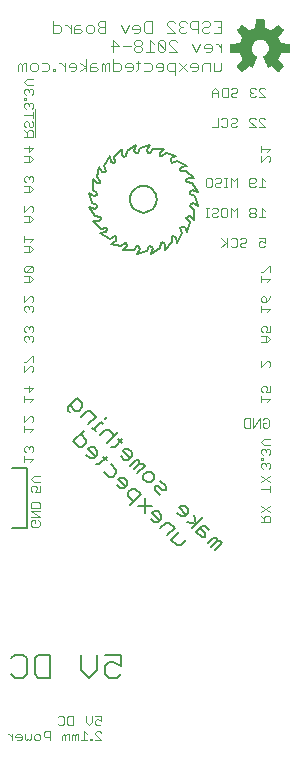
<source format=gbo>
G75*
%MOIN*%
%OFA0B0*%
%FSLAX25Y25*%
%IPPOS*%
%LPD*%
%AMOC8*
5,1,8,0,0,1.08239X$1,22.5*
%
%ADD10C,0.00300*%
%ADD11C,0.00800*%
%ADD12C,0.00700*%
%ADD13C,0.00787*%
D10*
X0024503Y0022618D02*
X0025020Y0022618D01*
X0026054Y0021584D01*
X0026054Y0020550D02*
X0026054Y0022618D01*
X0027116Y0022101D02*
X0027116Y0021584D01*
X0029185Y0021584D01*
X0029185Y0021067D02*
X0029185Y0022101D01*
X0028668Y0022618D01*
X0027633Y0022618D01*
X0027116Y0022101D01*
X0027633Y0020550D02*
X0028668Y0020550D01*
X0029185Y0021067D01*
X0030247Y0021067D02*
X0030247Y0022618D01*
X0030247Y0021067D02*
X0030764Y0020550D01*
X0031281Y0021067D01*
X0031798Y0020550D01*
X0032315Y0021067D01*
X0032315Y0022618D01*
X0033378Y0022101D02*
X0033895Y0022618D01*
X0034929Y0022618D01*
X0035446Y0022101D01*
X0035446Y0021067D01*
X0034929Y0020550D01*
X0033895Y0020550D01*
X0033378Y0021067D01*
X0033378Y0022101D01*
X0036508Y0022101D02*
X0037025Y0021584D01*
X0038577Y0021584D01*
X0038577Y0020550D02*
X0038577Y0023653D01*
X0037025Y0023653D01*
X0036508Y0023136D01*
X0036508Y0022101D01*
X0041204Y0026167D02*
X0041721Y0025650D01*
X0042756Y0025650D01*
X0043273Y0026167D01*
X0043273Y0028236D01*
X0042756Y0028753D01*
X0041721Y0028753D01*
X0041204Y0028236D01*
X0044335Y0028236D02*
X0044852Y0028753D01*
X0046403Y0028753D01*
X0046403Y0025650D01*
X0044852Y0025650D01*
X0044335Y0026167D01*
X0044335Y0028236D01*
X0044321Y0022618D02*
X0043804Y0022101D01*
X0043287Y0022618D01*
X0042770Y0022101D01*
X0042770Y0020550D01*
X0043804Y0020550D02*
X0043804Y0022101D01*
X0044321Y0022618D02*
X0044838Y0022618D01*
X0044838Y0020550D01*
X0045900Y0020550D02*
X0045900Y0022101D01*
X0046417Y0022618D01*
X0046935Y0022101D01*
X0046935Y0020550D01*
X0047969Y0020550D02*
X0047969Y0022618D01*
X0047452Y0022618D01*
X0046935Y0022101D01*
X0049031Y0020550D02*
X0051099Y0020550D01*
X0050065Y0020550D02*
X0050065Y0023653D01*
X0051099Y0022618D01*
X0052148Y0021067D02*
X0052148Y0020550D01*
X0052665Y0020550D01*
X0052665Y0021067D01*
X0052148Y0021067D01*
X0053727Y0020550D02*
X0055795Y0020550D01*
X0053727Y0022618D01*
X0053727Y0023136D01*
X0054244Y0023653D01*
X0055278Y0023653D01*
X0055795Y0023136D01*
X0055278Y0025650D02*
X0055795Y0026167D01*
X0055278Y0025650D02*
X0054244Y0025650D01*
X0053727Y0026167D01*
X0053727Y0027201D01*
X0054244Y0027718D01*
X0054761Y0027718D01*
X0055795Y0027201D01*
X0055795Y0028753D01*
X0053727Y0028753D01*
X0052665Y0028753D02*
X0052665Y0026684D01*
X0051631Y0025650D01*
X0050596Y0026684D01*
X0050596Y0028753D01*
X0034756Y0091854D02*
X0032687Y0091854D01*
X0032170Y0092371D01*
X0032170Y0093405D01*
X0032687Y0093922D01*
X0033721Y0093922D01*
X0033721Y0092888D01*
X0034756Y0091854D02*
X0035273Y0092371D01*
X0035273Y0093405D01*
X0034756Y0093922D01*
X0035273Y0094985D02*
X0032170Y0097053D01*
X0035273Y0097053D01*
X0035273Y0098115D02*
X0035273Y0099667D01*
X0034756Y0100184D01*
X0032687Y0100184D01*
X0032170Y0099667D01*
X0032170Y0098115D01*
X0035273Y0098115D01*
X0035273Y0094985D02*
X0032170Y0094985D01*
X0032687Y0103419D02*
X0032170Y0103936D01*
X0032170Y0104971D01*
X0032687Y0105488D01*
X0033721Y0105488D01*
X0034239Y0104971D01*
X0034239Y0104454D01*
X0033721Y0103419D01*
X0035273Y0103419D01*
X0035273Y0105488D01*
X0035273Y0106550D02*
X0033204Y0106550D01*
X0032170Y0107584D01*
X0033204Y0108618D01*
X0035273Y0108618D01*
X0032114Y0113419D02*
X0033148Y0114454D01*
X0030045Y0114454D01*
X0030045Y0115488D02*
X0030045Y0113419D01*
X0030562Y0116550D02*
X0030045Y0117067D01*
X0030045Y0118101D01*
X0030562Y0118618D01*
X0031079Y0118618D01*
X0031596Y0118101D01*
X0031596Y0117584D01*
X0031596Y0118101D02*
X0032114Y0118618D01*
X0032631Y0118618D01*
X0033148Y0118101D01*
X0033148Y0117067D01*
X0032631Y0116550D01*
X0032114Y0123419D02*
X0033148Y0124454D01*
X0030045Y0124454D01*
X0030045Y0125488D02*
X0030045Y0123419D01*
X0030045Y0126550D02*
X0032114Y0128618D01*
X0032631Y0128618D01*
X0033148Y0128101D01*
X0033148Y0127067D01*
X0032631Y0126550D01*
X0030045Y0126550D02*
X0030045Y0128618D01*
X0030045Y0133419D02*
X0030045Y0135488D01*
X0030045Y0134454D02*
X0033148Y0134454D01*
X0032114Y0133419D01*
X0031596Y0136550D02*
X0031596Y0138618D01*
X0030045Y0138101D02*
X0033148Y0138101D01*
X0031596Y0136550D01*
X0032631Y0143419D02*
X0033148Y0143936D01*
X0033148Y0144971D01*
X0032631Y0145488D01*
X0032114Y0145488D01*
X0030045Y0143419D01*
X0030045Y0145488D01*
X0030045Y0146550D02*
X0030562Y0146550D01*
X0032631Y0148618D01*
X0033148Y0148618D01*
X0033148Y0146550D01*
X0032631Y0153419D02*
X0033148Y0153936D01*
X0033148Y0154971D01*
X0032631Y0155488D01*
X0032114Y0155488D01*
X0031596Y0154971D01*
X0031079Y0155488D01*
X0030562Y0155488D01*
X0030045Y0154971D01*
X0030045Y0153936D01*
X0030562Y0153419D01*
X0031596Y0154454D02*
X0031596Y0154971D01*
X0030562Y0156550D02*
X0030045Y0157067D01*
X0030045Y0158101D01*
X0030562Y0158618D01*
X0031079Y0158618D01*
X0031596Y0158101D01*
X0031596Y0157584D01*
X0031596Y0158101D02*
X0032114Y0158618D01*
X0032631Y0158618D01*
X0033148Y0158101D01*
X0033148Y0157067D01*
X0032631Y0156550D01*
X0032631Y0163419D02*
X0033148Y0163936D01*
X0033148Y0164971D01*
X0032631Y0165488D01*
X0032114Y0165488D01*
X0031596Y0164971D01*
X0031079Y0165488D01*
X0030562Y0165488D01*
X0030045Y0164971D01*
X0030045Y0163936D01*
X0030562Y0163419D01*
X0031596Y0164454D02*
X0031596Y0164971D01*
X0032631Y0166550D02*
X0033148Y0167067D01*
X0033148Y0168101D01*
X0032631Y0168618D01*
X0032114Y0168618D01*
X0030045Y0166550D01*
X0030045Y0168618D01*
X0030045Y0173419D02*
X0032114Y0173419D01*
X0033148Y0174454D01*
X0032114Y0175488D01*
X0030045Y0175488D01*
X0030562Y0176550D02*
X0032631Y0178618D01*
X0030562Y0178618D01*
X0030045Y0178101D01*
X0030045Y0177067D01*
X0030562Y0176550D01*
X0032631Y0176550D01*
X0033148Y0177067D01*
X0033148Y0178101D01*
X0032631Y0178618D01*
X0031596Y0175488D02*
X0031596Y0173419D01*
X0031596Y0183419D02*
X0031596Y0185488D01*
X0032114Y0185488D02*
X0030045Y0185488D01*
X0030045Y0186550D02*
X0030045Y0188618D01*
X0030045Y0187584D02*
X0033148Y0187584D01*
X0032114Y0186550D01*
X0032114Y0185488D02*
X0033148Y0184454D01*
X0032114Y0183419D01*
X0030045Y0183419D01*
X0030045Y0193419D02*
X0032114Y0193419D01*
X0033148Y0194454D01*
X0032114Y0195488D01*
X0030045Y0195488D01*
X0030045Y0196550D02*
X0032114Y0198618D01*
X0032631Y0198618D01*
X0033148Y0198101D01*
X0033148Y0197067D01*
X0032631Y0196550D01*
X0031596Y0195488D02*
X0031596Y0193419D01*
X0030045Y0196550D02*
X0030045Y0198618D01*
X0030045Y0203419D02*
X0032114Y0203419D01*
X0033148Y0204454D01*
X0032114Y0205488D01*
X0030045Y0205488D01*
X0030562Y0206550D02*
X0030045Y0207067D01*
X0030045Y0208101D01*
X0030562Y0208618D01*
X0031079Y0208618D01*
X0031596Y0208101D01*
X0031596Y0207584D01*
X0031596Y0208101D02*
X0032114Y0208618D01*
X0032631Y0208618D01*
X0033148Y0208101D01*
X0033148Y0207067D01*
X0032631Y0206550D01*
X0031596Y0205488D02*
X0031596Y0203419D01*
X0031596Y0213419D02*
X0031596Y0215488D01*
X0032114Y0215488D02*
X0030045Y0215488D01*
X0031596Y0216550D02*
X0031596Y0218618D01*
X0030045Y0218101D02*
X0033148Y0218101D01*
X0031596Y0216550D01*
X0032114Y0215488D02*
X0033148Y0214454D01*
X0032114Y0213419D01*
X0030045Y0213419D01*
X0030045Y0221854D02*
X0033148Y0221854D01*
X0033148Y0223405D01*
X0032631Y0223922D01*
X0031596Y0223922D01*
X0031079Y0223405D01*
X0031079Y0221854D01*
X0031079Y0222888D02*
X0030045Y0223922D01*
X0030562Y0224985D02*
X0030045Y0225502D01*
X0030045Y0226536D01*
X0030562Y0227053D01*
X0031079Y0227053D01*
X0031596Y0226536D01*
X0031596Y0225502D01*
X0032114Y0224985D01*
X0032631Y0224985D01*
X0033148Y0225502D01*
X0033148Y0226536D01*
X0032631Y0227053D01*
X0033148Y0228115D02*
X0033148Y0230184D01*
X0032631Y0231071D02*
X0033148Y0231588D01*
X0033148Y0232623D01*
X0032631Y0233140D01*
X0032114Y0233140D01*
X0031596Y0232623D01*
X0031079Y0233140D01*
X0030562Y0233140D01*
X0030045Y0232623D01*
X0030045Y0231588D01*
X0030562Y0231071D01*
X0031596Y0232106D02*
X0031596Y0232623D01*
X0030562Y0234202D02*
X0030562Y0234719D01*
X0030045Y0234719D01*
X0030045Y0234202D01*
X0030562Y0234202D01*
X0030562Y0235767D02*
X0030045Y0236284D01*
X0030045Y0237319D01*
X0030562Y0237836D01*
X0031079Y0237836D01*
X0031596Y0237319D01*
X0031596Y0236802D01*
X0031596Y0237319D02*
X0032114Y0237836D01*
X0032631Y0237836D01*
X0033148Y0237319D01*
X0033148Y0236284D01*
X0032631Y0235767D01*
X0033148Y0238898D02*
X0031079Y0238898D01*
X0030045Y0239932D01*
X0031079Y0240966D01*
X0033148Y0240966D01*
X0032636Y0243800D02*
X0031986Y0244451D01*
X0031986Y0245752D01*
X0032636Y0246402D01*
X0033937Y0246402D01*
X0034588Y0245752D01*
X0034588Y0244451D01*
X0033937Y0243800D01*
X0032636Y0243800D01*
X0030721Y0243800D02*
X0030721Y0246402D01*
X0030070Y0246402D01*
X0029420Y0245752D01*
X0028769Y0246402D01*
X0028118Y0245752D01*
X0028118Y0243800D01*
X0029420Y0243800D02*
X0029420Y0245752D01*
X0035853Y0246402D02*
X0037805Y0246402D01*
X0038455Y0245752D01*
X0038455Y0244451D01*
X0037805Y0243800D01*
X0035853Y0243800D01*
X0039738Y0243800D02*
X0040389Y0243800D01*
X0040389Y0244451D01*
X0039738Y0244451D01*
X0039738Y0243800D01*
X0041660Y0246402D02*
X0042311Y0246402D01*
X0043612Y0245101D01*
X0044877Y0245101D02*
X0047479Y0245101D01*
X0047479Y0244451D02*
X0047479Y0245752D01*
X0046828Y0246402D01*
X0045527Y0246402D01*
X0044877Y0245752D01*
X0044877Y0245101D01*
X0045527Y0243800D02*
X0046828Y0243800D01*
X0047479Y0244451D01*
X0048750Y0243800D02*
X0050702Y0245101D01*
X0048750Y0246402D01*
X0050702Y0247703D02*
X0050702Y0243800D01*
X0051967Y0243800D02*
X0051967Y0245752D01*
X0052617Y0246402D01*
X0053918Y0246402D01*
X0053918Y0245101D02*
X0051967Y0245101D01*
X0051967Y0243800D02*
X0053918Y0243800D01*
X0054569Y0244451D01*
X0053918Y0245101D01*
X0055834Y0245752D02*
X0055834Y0243800D01*
X0057135Y0243800D02*
X0057135Y0245752D01*
X0056485Y0246402D01*
X0055834Y0245752D01*
X0057135Y0245752D02*
X0057786Y0246402D01*
X0058436Y0246402D01*
X0058436Y0243800D01*
X0059701Y0243800D02*
X0061653Y0243800D01*
X0062304Y0244451D01*
X0062304Y0245752D01*
X0061653Y0246402D01*
X0059701Y0246402D01*
X0059701Y0247703D02*
X0059701Y0243800D01*
X0063569Y0245101D02*
X0066171Y0245101D01*
X0066171Y0244451D02*
X0066171Y0245752D01*
X0065520Y0246402D01*
X0064219Y0246402D01*
X0063569Y0245752D01*
X0063569Y0245101D01*
X0064219Y0243800D02*
X0065520Y0243800D01*
X0066171Y0244451D01*
X0067448Y0243800D02*
X0068098Y0244451D01*
X0068098Y0247053D01*
X0067448Y0246402D02*
X0068749Y0246402D01*
X0070014Y0246402D02*
X0071966Y0246402D01*
X0072616Y0245752D01*
X0072616Y0244451D01*
X0071966Y0243800D01*
X0070014Y0243800D01*
X0073881Y0245101D02*
X0076484Y0245101D01*
X0076484Y0244451D02*
X0076484Y0245752D01*
X0075833Y0246402D01*
X0074532Y0246402D01*
X0073881Y0245752D01*
X0073881Y0245101D01*
X0074532Y0243800D02*
X0075833Y0243800D01*
X0076484Y0244451D01*
X0077749Y0244451D02*
X0078399Y0243800D01*
X0080351Y0243800D01*
X0081616Y0243800D02*
X0084218Y0246402D01*
X0085483Y0245752D02*
X0085483Y0245101D01*
X0088086Y0245101D01*
X0088086Y0244451D02*
X0088086Y0245752D01*
X0087435Y0246402D01*
X0086134Y0246402D01*
X0085483Y0245752D01*
X0086134Y0243800D02*
X0087435Y0243800D01*
X0088086Y0244451D01*
X0089351Y0243800D02*
X0089351Y0245752D01*
X0090001Y0246402D01*
X0091953Y0246402D01*
X0091953Y0243800D01*
X0093218Y0243800D02*
X0093218Y0246402D01*
X0093218Y0243800D02*
X0095170Y0243800D01*
X0095820Y0244451D01*
X0095820Y0246402D01*
X0095820Y0250100D02*
X0095820Y0252702D01*
X0095820Y0251401D02*
X0094519Y0252702D01*
X0093868Y0252702D01*
X0092597Y0252052D02*
X0091947Y0252702D01*
X0090646Y0252702D01*
X0089995Y0252052D01*
X0089995Y0251401D01*
X0092597Y0251401D01*
X0092597Y0250751D02*
X0092597Y0252052D01*
X0092597Y0250751D02*
X0091947Y0250100D01*
X0090646Y0250100D01*
X0087429Y0250100D02*
X0088730Y0252702D01*
X0086128Y0252702D02*
X0087429Y0250100D01*
X0088086Y0256400D02*
X0088086Y0260303D01*
X0086134Y0260303D01*
X0085483Y0259653D01*
X0085483Y0258352D01*
X0086134Y0257701D01*
X0088086Y0257701D01*
X0089351Y0257701D02*
X0089351Y0257051D01*
X0090001Y0256400D01*
X0091302Y0256400D01*
X0091953Y0257051D01*
X0093218Y0256400D02*
X0095820Y0256400D01*
X0095820Y0260303D01*
X0093218Y0260303D01*
X0091953Y0259653D02*
X0091953Y0259002D01*
X0091302Y0258352D01*
X0090001Y0258352D01*
X0089351Y0257701D01*
X0089351Y0259653D02*
X0090001Y0260303D01*
X0091302Y0260303D01*
X0091953Y0259653D01*
X0094519Y0258352D02*
X0095820Y0258352D01*
X0098826Y0252600D02*
X0102002Y0252922D01*
X0102343Y0253989D01*
X0102857Y0254986D01*
X0100839Y0257460D01*
X0102535Y0259156D01*
X0105009Y0257139D01*
X0106006Y0257652D01*
X0107073Y0257993D01*
X0107396Y0261169D01*
X0109795Y0261169D01*
X0110117Y0257993D01*
X0111185Y0257652D01*
X0112181Y0257139D01*
X0114655Y0259156D01*
X0116351Y0257460D01*
X0114334Y0254986D01*
X0114847Y0253989D01*
X0115188Y0252922D01*
X0118364Y0252600D01*
X0118364Y0250200D01*
X0115188Y0249878D01*
X0114847Y0248811D01*
X0114334Y0247814D01*
X0116351Y0245340D01*
X0114655Y0243644D01*
X0112181Y0245661D01*
X0111185Y0245148D01*
X0109772Y0248558D01*
X0110304Y0248842D01*
X0110770Y0249225D01*
X0111153Y0249691D01*
X0111437Y0250223D01*
X0111612Y0250800D01*
X0111671Y0251400D01*
X0111606Y0252028D01*
X0111414Y0252630D01*
X0111104Y0253180D01*
X0110687Y0253655D01*
X0110183Y0254035D01*
X0109611Y0254303D01*
X0108997Y0254450D01*
X0108365Y0254467D01*
X0107744Y0254356D01*
X0107158Y0254120D01*
X0106633Y0253769D01*
X0106190Y0253318D01*
X0105849Y0252786D01*
X0105624Y0252196D01*
X0105524Y0251573D01*
X0105554Y0250942D01*
X0105711Y0250330D01*
X0105991Y0249764D01*
X0106380Y0249266D01*
X0106862Y0248859D01*
X0107418Y0248558D01*
X0106005Y0245148D01*
X0105009Y0245661D01*
X0102535Y0243644D01*
X0100839Y0245340D01*
X0102857Y0247814D01*
X0102343Y0248811D01*
X0102002Y0249878D01*
X0098826Y0250200D01*
X0098826Y0252600D01*
X0098826Y0252485D02*
X0105734Y0252485D01*
X0105623Y0252187D02*
X0098826Y0252187D01*
X0098826Y0251888D02*
X0105575Y0251888D01*
X0105527Y0251590D02*
X0098826Y0251590D01*
X0098826Y0251291D02*
X0105537Y0251291D01*
X0105551Y0250993D02*
X0098826Y0250993D01*
X0098826Y0250694D02*
X0105617Y0250694D01*
X0105694Y0250396D02*
X0098826Y0250396D01*
X0099843Y0250097D02*
X0105826Y0250097D01*
X0105973Y0249799D02*
X0102027Y0249799D01*
X0102123Y0249500D02*
X0106197Y0249500D01*
X0106456Y0249202D02*
X0102218Y0249202D01*
X0102314Y0248903D02*
X0106810Y0248903D01*
X0107332Y0248605D02*
X0102450Y0248605D01*
X0102603Y0248306D02*
X0107314Y0248306D01*
X0107190Y0248008D02*
X0102757Y0248008D01*
X0102771Y0247709D02*
X0107066Y0247709D01*
X0106943Y0247411D02*
X0102527Y0247411D01*
X0102284Y0247112D02*
X0106819Y0247112D01*
X0106695Y0246814D02*
X0102041Y0246814D01*
X0101797Y0246515D02*
X0106572Y0246515D01*
X0106448Y0246216D02*
X0101554Y0246216D01*
X0101310Y0245918D02*
X0106324Y0245918D01*
X0106201Y0245619D02*
X0105091Y0245619D01*
X0104958Y0245619D02*
X0101067Y0245619D01*
X0100858Y0245321D02*
X0104592Y0245321D01*
X0104226Y0245022D02*
X0101157Y0245022D01*
X0101455Y0244724D02*
X0103860Y0244724D01*
X0103494Y0244425D02*
X0101754Y0244425D01*
X0102052Y0244127D02*
X0103127Y0244127D01*
X0102761Y0243828D02*
X0102351Y0243828D01*
X0105670Y0245321D02*
X0106077Y0245321D01*
X0110371Y0247112D02*
X0114906Y0247112D01*
X0114663Y0247411D02*
X0110248Y0247411D01*
X0110124Y0247709D02*
X0114419Y0247709D01*
X0114433Y0248008D02*
X0110000Y0248008D01*
X0109877Y0248306D02*
X0114587Y0248306D01*
X0114741Y0248605D02*
X0109859Y0248605D01*
X0110378Y0248903D02*
X0114876Y0248903D01*
X0114972Y0249202D02*
X0110742Y0249202D01*
X0110996Y0249500D02*
X0115068Y0249500D01*
X0115163Y0249799D02*
X0111210Y0249799D01*
X0111370Y0250097D02*
X0117347Y0250097D01*
X0118364Y0250396D02*
X0111489Y0250396D01*
X0111580Y0250694D02*
X0118364Y0250694D01*
X0118364Y0250993D02*
X0111631Y0250993D01*
X0111660Y0251291D02*
X0118364Y0251291D01*
X0118364Y0251590D02*
X0111652Y0251590D01*
X0111621Y0251888D02*
X0118364Y0251888D01*
X0118364Y0252187D02*
X0111556Y0252187D01*
X0111461Y0252485D02*
X0118364Y0252485D01*
X0116551Y0252784D02*
X0111328Y0252784D01*
X0111159Y0253082D02*
X0115137Y0253082D01*
X0115042Y0253381D02*
X0110928Y0253381D01*
X0110655Y0253679D02*
X0114946Y0253679D01*
X0114851Y0253978D02*
X0110258Y0253978D01*
X0109669Y0254276D02*
X0114699Y0254276D01*
X0114545Y0254575D02*
X0102645Y0254575D01*
X0102799Y0254873D02*
X0114392Y0254873D01*
X0114485Y0255172D02*
X0102705Y0255172D01*
X0102461Y0255470D02*
X0114729Y0255470D01*
X0114972Y0255769D02*
X0102218Y0255769D01*
X0101975Y0256067D02*
X0115216Y0256067D01*
X0115459Y0256366D02*
X0101731Y0256366D01*
X0101488Y0256664D02*
X0115702Y0256664D01*
X0115946Y0256963D02*
X0101244Y0256963D01*
X0101001Y0257261D02*
X0104859Y0257261D01*
X0105248Y0257261D02*
X0111942Y0257261D01*
X0112332Y0257261D02*
X0116189Y0257261D01*
X0116251Y0257560D02*
X0112698Y0257560D01*
X0113064Y0257858D02*
X0115952Y0257858D01*
X0115654Y0258157D02*
X0113430Y0258157D01*
X0113796Y0258455D02*
X0115355Y0258455D01*
X0115057Y0258754D02*
X0114162Y0258754D01*
X0114528Y0259052D02*
X0114758Y0259052D01*
X0111363Y0257560D02*
X0105827Y0257560D01*
X0106652Y0257858D02*
X0110539Y0257858D01*
X0110101Y0258157D02*
X0107090Y0258157D01*
X0107120Y0258455D02*
X0110070Y0258455D01*
X0110040Y0258754D02*
X0107150Y0258754D01*
X0107181Y0259052D02*
X0110010Y0259052D01*
X0109979Y0259351D02*
X0107211Y0259351D01*
X0107241Y0259650D02*
X0109949Y0259650D01*
X0109919Y0259948D02*
X0107272Y0259948D01*
X0107302Y0260247D02*
X0109888Y0260247D01*
X0109858Y0260545D02*
X0107332Y0260545D01*
X0107362Y0260844D02*
X0109828Y0260844D01*
X0109798Y0261142D02*
X0107393Y0261142D01*
X0104493Y0257560D02*
X0100939Y0257560D01*
X0101238Y0257858D02*
X0104126Y0257858D01*
X0103760Y0258157D02*
X0101536Y0258157D01*
X0101835Y0258455D02*
X0103394Y0258455D01*
X0103028Y0258754D02*
X0102133Y0258754D01*
X0102432Y0259052D02*
X0102662Y0259052D01*
X0102491Y0254276D02*
X0107547Y0254276D01*
X0106946Y0253978D02*
X0102340Y0253978D01*
X0102244Y0253679D02*
X0106545Y0253679D01*
X0106252Y0253381D02*
X0102149Y0253381D01*
X0102053Y0253082D02*
X0106039Y0253082D01*
X0105848Y0252784D02*
X0100640Y0252784D01*
X0100536Y0238078D02*
X0101053Y0237561D01*
X0101053Y0237043D01*
X0100536Y0236526D01*
X0099502Y0236526D01*
X0098985Y0236009D01*
X0098985Y0235492D01*
X0099502Y0234975D01*
X0100536Y0234975D01*
X0101053Y0235492D01*
X0100536Y0238078D02*
X0099502Y0238078D01*
X0098985Y0237561D01*
X0097922Y0238078D02*
X0097922Y0234975D01*
X0096371Y0234975D01*
X0095854Y0235492D01*
X0095854Y0237561D01*
X0096371Y0238078D01*
X0097922Y0238078D01*
X0094792Y0237043D02*
X0094792Y0234975D01*
X0094792Y0236526D02*
X0092723Y0236526D01*
X0092723Y0237043D02*
X0092723Y0234975D01*
X0092723Y0237043D02*
X0093758Y0238078D01*
X0094792Y0237043D01*
X0094667Y0228078D02*
X0094667Y0224975D01*
X0092598Y0224975D01*
X0095729Y0225492D02*
X0096246Y0224975D01*
X0097280Y0224975D01*
X0097797Y0225492D01*
X0097797Y0227561D01*
X0097280Y0228078D01*
X0096246Y0228078D01*
X0095729Y0227561D01*
X0098860Y0227561D02*
X0099377Y0228078D01*
X0100411Y0228078D01*
X0100928Y0227561D01*
X0100928Y0227043D01*
X0100411Y0226526D01*
X0099377Y0226526D01*
X0098860Y0226009D01*
X0098860Y0225492D01*
X0099377Y0224975D01*
X0100411Y0224975D01*
X0100928Y0225492D01*
X0105121Y0224975D02*
X0107189Y0224975D01*
X0105121Y0227043D01*
X0105121Y0227561D01*
X0105638Y0228078D01*
X0106672Y0228078D01*
X0107189Y0227561D01*
X0108252Y0227561D02*
X0108769Y0228078D01*
X0109803Y0228078D01*
X0110320Y0227561D01*
X0108252Y0227561D02*
X0108252Y0227043D01*
X0110320Y0224975D01*
X0108252Y0224975D01*
X0109045Y0218618D02*
X0109045Y0216550D01*
X0109045Y0217584D02*
X0112148Y0217584D01*
X0111114Y0216550D01*
X0111114Y0215488D02*
X0111631Y0215488D01*
X0112148Y0214971D01*
X0112148Y0213936D01*
X0111631Y0213419D01*
X0111114Y0215488D02*
X0109045Y0213419D01*
X0109045Y0215488D01*
X0109286Y0208078D02*
X0109286Y0204975D01*
X0110320Y0204975D02*
X0108252Y0204975D01*
X0107189Y0205492D02*
X0106672Y0204975D01*
X0105638Y0204975D01*
X0105121Y0205492D01*
X0105121Y0207561D01*
X0105638Y0208078D01*
X0106672Y0208078D01*
X0107189Y0207561D01*
X0107189Y0207043D01*
X0106672Y0206526D01*
X0105121Y0206526D01*
X0109286Y0208078D02*
X0110320Y0207043D01*
X0109286Y0198078D02*
X0109286Y0194975D01*
X0110320Y0194975D02*
X0108252Y0194975D01*
X0107189Y0195492D02*
X0107189Y0196009D01*
X0106672Y0196526D01*
X0105638Y0196526D01*
X0105121Y0196009D01*
X0105121Y0195492D01*
X0105638Y0194975D01*
X0106672Y0194975D01*
X0107189Y0195492D01*
X0106672Y0196526D02*
X0107189Y0197043D01*
X0107189Y0197561D01*
X0106672Y0198078D01*
X0105638Y0198078D01*
X0105121Y0197561D01*
X0105121Y0197043D01*
X0105638Y0196526D01*
X0109286Y0198078D02*
X0110320Y0197043D01*
X0110320Y0188078D02*
X0108252Y0188078D01*
X0108769Y0187043D02*
X0108252Y0186526D01*
X0108252Y0185492D01*
X0108769Y0184975D01*
X0109803Y0184975D01*
X0110320Y0185492D01*
X0110320Y0186526D02*
X0109286Y0187043D01*
X0108769Y0187043D01*
X0110320Y0186526D02*
X0110320Y0188078D01*
X0111631Y0178618D02*
X0109562Y0176550D01*
X0109045Y0176550D01*
X0109045Y0175488D02*
X0109045Y0173419D01*
X0109045Y0174454D02*
X0112148Y0174454D01*
X0111114Y0173419D01*
X0112148Y0176550D02*
X0112148Y0178618D01*
X0111631Y0178618D01*
X0112148Y0168618D02*
X0111631Y0167584D01*
X0110596Y0166550D01*
X0109562Y0166550D01*
X0109045Y0167067D01*
X0109045Y0168101D01*
X0109562Y0168618D01*
X0110079Y0168618D01*
X0110596Y0168101D01*
X0110596Y0166550D01*
X0109045Y0165488D02*
X0109045Y0163419D01*
X0109045Y0164454D02*
X0112148Y0164454D01*
X0111114Y0163419D01*
X0110596Y0158618D02*
X0109562Y0158618D01*
X0109045Y0158101D01*
X0109045Y0157067D01*
X0109562Y0156550D01*
X0110596Y0156550D02*
X0111114Y0157584D01*
X0111114Y0158101D01*
X0110596Y0158618D01*
X0110596Y0156550D02*
X0112148Y0156550D01*
X0112148Y0158618D01*
X0111114Y0155488D02*
X0109045Y0155488D01*
X0109045Y0153419D02*
X0111114Y0153419D01*
X0112148Y0154454D01*
X0111114Y0155488D01*
X0110596Y0155488D02*
X0110596Y0153419D01*
X0111114Y0147053D02*
X0111631Y0147053D01*
X0112148Y0146536D01*
X0112148Y0145502D01*
X0111631Y0144985D01*
X0111114Y0147053D02*
X0109045Y0144985D01*
X0109045Y0147053D01*
X0109562Y0138618D02*
X0109045Y0138101D01*
X0109045Y0137067D01*
X0109562Y0136550D01*
X0110596Y0136550D02*
X0111114Y0137584D01*
X0111114Y0138101D01*
X0110596Y0138618D01*
X0109562Y0138618D01*
X0110596Y0136550D02*
X0112148Y0136550D01*
X0112148Y0138618D01*
X0112148Y0134454D02*
X0111114Y0133419D01*
X0112148Y0134454D02*
X0109045Y0134454D01*
X0109045Y0135488D02*
X0109045Y0133419D01*
X0108510Y0127953D02*
X0106442Y0124850D01*
X0106442Y0127953D01*
X0105380Y0127953D02*
X0105380Y0124850D01*
X0103828Y0124850D01*
X0103311Y0125367D01*
X0103311Y0127436D01*
X0103828Y0127953D01*
X0105380Y0127953D01*
X0108510Y0127953D02*
X0108510Y0124850D01*
X0109573Y0125367D02*
X0109573Y0126401D01*
X0110607Y0126401D01*
X0111641Y0125367D02*
X0111641Y0127436D01*
X0111124Y0127953D01*
X0110090Y0127953D01*
X0109573Y0127436D01*
X0109573Y0125367D02*
X0110090Y0124850D01*
X0111124Y0124850D01*
X0111641Y0125367D01*
X0112148Y0120966D02*
X0110079Y0120966D01*
X0109045Y0119932D01*
X0110079Y0118898D01*
X0112148Y0118898D01*
X0111631Y0117836D02*
X0112148Y0117319D01*
X0112148Y0116284D01*
X0111631Y0115767D01*
X0110596Y0116802D02*
X0110596Y0117319D01*
X0110079Y0117836D01*
X0109562Y0117836D01*
X0109045Y0117319D01*
X0109045Y0116284D01*
X0109562Y0115767D01*
X0109562Y0114719D02*
X0109045Y0114719D01*
X0109045Y0114202D01*
X0109562Y0114202D01*
X0109562Y0114719D01*
X0109562Y0113140D02*
X0109045Y0112623D01*
X0109045Y0111588D01*
X0109562Y0111071D01*
X0110596Y0112106D02*
X0110596Y0112623D01*
X0110079Y0113140D01*
X0109562Y0113140D01*
X0110596Y0112623D02*
X0111114Y0113140D01*
X0111631Y0113140D01*
X0112148Y0112623D01*
X0112148Y0111588D01*
X0111631Y0111071D01*
X0112148Y0108618D02*
X0109045Y0106550D01*
X0109045Y0108618D02*
X0112148Y0106550D01*
X0112148Y0105488D02*
X0112148Y0103419D01*
X0112148Y0104454D02*
X0109045Y0104454D01*
X0109045Y0098618D02*
X0112148Y0096550D01*
X0111631Y0095488D02*
X0112148Y0094971D01*
X0112148Y0093419D01*
X0109045Y0093419D01*
X0110079Y0093419D02*
X0110079Y0094971D01*
X0110596Y0095488D01*
X0111631Y0095488D01*
X0110079Y0094454D02*
X0109045Y0095488D01*
X0109045Y0096550D02*
X0112148Y0098618D01*
X0110596Y0117319D02*
X0111114Y0117836D01*
X0111631Y0117836D01*
X0103542Y0184975D02*
X0104059Y0185492D01*
X0103542Y0184975D02*
X0102507Y0184975D01*
X0101990Y0185492D01*
X0101990Y0186009D01*
X0102507Y0186526D01*
X0103542Y0186526D01*
X0104059Y0187043D01*
X0104059Y0187561D01*
X0103542Y0188078D01*
X0102507Y0188078D01*
X0101990Y0187561D01*
X0100928Y0187561D02*
X0100928Y0185492D01*
X0100411Y0184975D01*
X0099377Y0184975D01*
X0098860Y0185492D01*
X0097797Y0184975D02*
X0097797Y0188078D01*
X0098860Y0187561D02*
X0099377Y0188078D01*
X0100411Y0188078D01*
X0100928Y0187561D01*
X0100928Y0194975D02*
X0100928Y0198078D01*
X0099894Y0197043D01*
X0098860Y0198078D01*
X0098860Y0194975D01*
X0097797Y0195492D02*
X0097280Y0194975D01*
X0096246Y0194975D01*
X0095729Y0195492D01*
X0095729Y0197561D01*
X0096246Y0198078D01*
X0097280Y0198078D01*
X0097797Y0197561D01*
X0097797Y0195492D01*
X0094667Y0195492D02*
X0094150Y0194975D01*
X0093115Y0194975D01*
X0092598Y0195492D01*
X0092598Y0196009D01*
X0093115Y0196526D01*
X0094150Y0196526D01*
X0094667Y0197043D01*
X0094667Y0197561D01*
X0094150Y0198078D01*
X0093115Y0198078D01*
X0092598Y0197561D01*
X0091536Y0198078D02*
X0090502Y0198078D01*
X0091019Y0198078D02*
X0091019Y0194975D01*
X0091536Y0194975D02*
X0090502Y0194975D01*
X0095729Y0188078D02*
X0097797Y0186009D01*
X0097280Y0186526D02*
X0095729Y0184975D01*
X0095193Y0204975D02*
X0095710Y0205492D01*
X0095193Y0204975D02*
X0094159Y0204975D01*
X0093642Y0205492D01*
X0093642Y0206009D01*
X0094159Y0206526D01*
X0095193Y0206526D01*
X0095710Y0207043D01*
X0095710Y0207561D01*
X0095193Y0208078D01*
X0094159Y0208078D01*
X0093642Y0207561D01*
X0092580Y0207561D02*
X0092580Y0205492D01*
X0092063Y0204975D01*
X0091028Y0204975D01*
X0090511Y0205492D01*
X0090511Y0207561D01*
X0091028Y0208078D01*
X0092063Y0208078D01*
X0092580Y0207561D01*
X0096763Y0208078D02*
X0097797Y0208078D01*
X0097280Y0208078D02*
X0097280Y0204975D01*
X0097797Y0204975D02*
X0096763Y0204975D01*
X0098860Y0204975D02*
X0098860Y0208078D01*
X0099894Y0207043D01*
X0100928Y0208078D01*
X0100928Y0204975D01*
X0105763Y0234975D02*
X0106797Y0234975D01*
X0107314Y0235492D01*
X0108377Y0234975D02*
X0110445Y0234975D01*
X0108377Y0237043D01*
X0108377Y0237561D01*
X0108894Y0238078D01*
X0109928Y0238078D01*
X0110445Y0237561D01*
X0107314Y0237561D02*
X0106797Y0238078D01*
X0105763Y0238078D01*
X0105246Y0237561D01*
X0105246Y0237043D01*
X0105763Y0236526D01*
X0105246Y0236009D01*
X0105246Y0235492D01*
X0105763Y0234975D01*
X0105763Y0236526D02*
X0106280Y0236526D01*
X0110495Y0246814D02*
X0115150Y0246814D01*
X0115393Y0246515D02*
X0110619Y0246515D01*
X0110742Y0246216D02*
X0115636Y0246216D01*
X0115880Y0245918D02*
X0110866Y0245918D01*
X0110990Y0245619D02*
X0112100Y0245619D01*
X0112232Y0245619D02*
X0116123Y0245619D01*
X0116332Y0245321D02*
X0112598Y0245321D01*
X0112965Y0245022D02*
X0116033Y0245022D01*
X0115735Y0244724D02*
X0113331Y0244724D01*
X0113697Y0244425D02*
X0115436Y0244425D01*
X0115138Y0244127D02*
X0114063Y0244127D01*
X0114429Y0243828D02*
X0114839Y0243828D01*
X0111520Y0245321D02*
X0111113Y0245321D01*
X0084218Y0243800D02*
X0081616Y0246402D01*
X0080351Y0246402D02*
X0080351Y0242499D01*
X0080351Y0246402D02*
X0078399Y0246402D01*
X0077749Y0245752D01*
X0077749Y0244451D01*
X0078393Y0250100D02*
X0080995Y0250100D01*
X0078393Y0252702D01*
X0078393Y0253353D01*
X0079044Y0254003D01*
X0080345Y0254003D01*
X0080995Y0253353D01*
X0080351Y0256400D02*
X0077749Y0259002D01*
X0077749Y0259653D01*
X0078399Y0260303D01*
X0079700Y0260303D01*
X0080351Y0259653D01*
X0081616Y0259653D02*
X0081616Y0259002D01*
X0082267Y0258352D01*
X0081616Y0257701D01*
X0081616Y0257051D01*
X0082267Y0256400D01*
X0083568Y0256400D01*
X0084218Y0257051D01*
X0082917Y0258352D02*
X0082267Y0258352D01*
X0081616Y0259653D02*
X0082267Y0260303D01*
X0083568Y0260303D01*
X0084218Y0259653D01*
X0080351Y0256400D02*
X0077749Y0256400D01*
X0076478Y0254003D02*
X0075177Y0254003D01*
X0074526Y0253353D01*
X0077128Y0250751D01*
X0076478Y0250100D01*
X0075177Y0250100D01*
X0074526Y0250751D01*
X0074526Y0253353D01*
X0073261Y0252702D02*
X0071960Y0254003D01*
X0071960Y0250100D01*
X0073261Y0250100D02*
X0070659Y0250100D01*
X0069394Y0250751D02*
X0069394Y0251401D01*
X0068743Y0252052D01*
X0067442Y0252052D01*
X0066791Y0251401D01*
X0066791Y0250751D01*
X0067442Y0250100D01*
X0068743Y0250100D01*
X0069394Y0250751D01*
X0068743Y0252052D02*
X0069394Y0252702D01*
X0069394Y0253353D01*
X0068743Y0254003D01*
X0067442Y0254003D01*
X0066791Y0253353D01*
X0066791Y0252702D01*
X0067442Y0252052D01*
X0065526Y0252052D02*
X0062924Y0252052D01*
X0061659Y0252052D02*
X0059057Y0252052D01*
X0059707Y0254003D02*
X0059707Y0250100D01*
X0061659Y0252052D02*
X0059707Y0254003D01*
X0057147Y0256400D02*
X0057147Y0260303D01*
X0055195Y0260303D01*
X0054545Y0259653D01*
X0054545Y0259002D01*
X0055195Y0258352D01*
X0057147Y0258352D01*
X0055195Y0258352D02*
X0054545Y0257701D01*
X0054545Y0257051D01*
X0055195Y0256400D01*
X0057147Y0256400D01*
X0053280Y0257051D02*
X0052629Y0256400D01*
X0051328Y0256400D01*
X0050678Y0257051D01*
X0050678Y0258352D01*
X0051328Y0259002D01*
X0052629Y0259002D01*
X0053280Y0258352D01*
X0053280Y0257051D01*
X0049413Y0257051D02*
X0048762Y0257701D01*
X0046810Y0257701D01*
X0046810Y0258352D02*
X0046810Y0256400D01*
X0048762Y0256400D01*
X0049413Y0257051D01*
X0048762Y0259002D02*
X0047461Y0259002D01*
X0046810Y0258352D01*
X0045545Y0259002D02*
X0045545Y0256400D01*
X0045545Y0257701D02*
X0044244Y0259002D01*
X0043594Y0259002D01*
X0042323Y0258352D02*
X0041672Y0259002D01*
X0039720Y0259002D01*
X0039720Y0260303D02*
X0039720Y0256400D01*
X0041672Y0256400D01*
X0042323Y0257051D01*
X0042323Y0258352D01*
X0043612Y0246402D02*
X0043612Y0243800D01*
X0033745Y0231096D02*
X0033745Y0221704D01*
X0033148Y0229150D02*
X0030045Y0229150D01*
X0063581Y0256400D02*
X0062280Y0259002D01*
X0064882Y0259002D02*
X0063581Y0256400D01*
X0066147Y0257701D02*
X0068749Y0257701D01*
X0068749Y0257051D02*
X0068749Y0258352D01*
X0068098Y0259002D01*
X0066797Y0259002D01*
X0066147Y0258352D01*
X0066147Y0257701D01*
X0066797Y0256400D02*
X0068098Y0256400D01*
X0068749Y0257051D01*
X0070014Y0257051D02*
X0070014Y0259653D01*
X0070665Y0260303D01*
X0072616Y0260303D01*
X0072616Y0256400D01*
X0070665Y0256400D01*
X0070014Y0257051D01*
X0076478Y0254003D02*
X0077128Y0253353D01*
X0077128Y0250751D01*
D11*
X0031095Y0111525D02*
X0026095Y0111525D01*
X0031095Y0111525D02*
X0031095Y0091275D01*
X0026095Y0091275D01*
D12*
X0026977Y0049182D02*
X0029579Y0049182D01*
X0030880Y0047881D01*
X0030880Y0042676D01*
X0029579Y0041375D01*
X0026977Y0041375D01*
X0025676Y0042676D01*
X0025676Y0047881D02*
X0026977Y0049182D01*
X0033502Y0047881D02*
X0033502Y0042676D01*
X0034803Y0041375D01*
X0038707Y0041375D01*
X0038707Y0049182D01*
X0034803Y0049182D01*
X0033502Y0047881D01*
X0049156Y0049182D02*
X0049156Y0043977D01*
X0051758Y0041375D01*
X0054360Y0043977D01*
X0054360Y0049182D01*
X0056982Y0049182D02*
X0062187Y0049182D01*
X0062187Y0045278D01*
X0059585Y0046579D01*
X0058284Y0046579D01*
X0056982Y0045278D01*
X0056982Y0042676D01*
X0058284Y0041375D01*
X0060886Y0041375D01*
X0062187Y0042676D01*
X0080968Y0085716D02*
X0079163Y0087521D01*
X0081570Y0089927D01*
X0080199Y0091297D02*
X0078395Y0093102D01*
X0077192Y0093102D01*
X0075387Y0091297D01*
X0074618Y0093269D02*
X0073415Y0093269D01*
X0072212Y0094472D01*
X0072814Y0096277D02*
X0075220Y0093870D01*
X0074618Y0093269D02*
X0075822Y0094472D01*
X0075822Y0095675D01*
X0074618Y0096878D01*
X0073415Y0096878D01*
X0072814Y0096277D01*
X0072647Y0098850D02*
X0067834Y0098850D01*
X0066464Y0100220D02*
X0064660Y0102025D01*
X0064660Y0103228D01*
X0065863Y0104431D01*
X0067066Y0104431D01*
X0068870Y0102626D01*
X0065261Y0099017D01*
X0063289Y0104598D02*
X0062086Y0104598D01*
X0060883Y0105801D01*
X0061485Y0107606D02*
X0063891Y0105199D01*
X0063289Y0104598D02*
X0064493Y0105801D01*
X0064493Y0107004D01*
X0063289Y0108207D01*
X0062086Y0108207D01*
X0061485Y0107606D01*
X0060716Y0109577D02*
X0059513Y0108374D01*
X0058310Y0108374D01*
X0056505Y0110179D01*
X0055135Y0112752D02*
X0053932Y0112752D01*
X0055135Y0112752D02*
X0057541Y0115158D01*
X0057541Y0113955D02*
X0056338Y0115158D01*
X0057758Y0119836D02*
X0061367Y0123445D01*
X0059562Y0122844D02*
X0058359Y0124047D01*
X0057156Y0124047D01*
X0055351Y0122242D01*
X0053981Y0123612D02*
X0052778Y0124815D01*
X0053380Y0124214D02*
X0055786Y0126620D01*
X0056387Y0126018D01*
X0056989Y0127823D02*
X0057591Y0128425D01*
X0059562Y0122844D02*
X0059562Y0121641D01*
X0061478Y0120928D02*
X0062681Y0119725D01*
X0062681Y0120928D02*
X0060275Y0118521D01*
X0059072Y0118521D01*
X0062848Y0117151D02*
X0065255Y0114745D01*
X0064653Y0114144D02*
X0065856Y0115347D01*
X0065856Y0116550D01*
X0064653Y0117753D01*
X0063450Y0117753D01*
X0062848Y0117151D01*
X0062247Y0115347D02*
X0063450Y0114144D01*
X0064653Y0114144D01*
X0065422Y0112172D02*
X0067226Y0113977D01*
X0068429Y0113977D01*
X0068429Y0112773D01*
X0066625Y0110969D01*
X0067828Y0109766D02*
X0070234Y0112172D01*
X0069633Y0112773D01*
X0068429Y0112773D01*
X0071003Y0110200D02*
X0069800Y0108997D01*
X0069800Y0107794D01*
X0071003Y0106591D01*
X0072206Y0106591D01*
X0073409Y0107794D01*
X0073409Y0108997D01*
X0072206Y0110200D01*
X0071003Y0110200D01*
X0073576Y0105221D02*
X0074779Y0105221D01*
X0075982Y0104018D01*
X0077185Y0104018D01*
X0077185Y0105221D01*
X0075381Y0107025D01*
X0073576Y0105221D02*
X0073576Y0104018D01*
X0075381Y0102213D01*
X0070241Y0101256D02*
X0070241Y0096444D01*
X0077793Y0088891D02*
X0080199Y0091297D01*
X0082332Y0095262D02*
X0081129Y0096465D01*
X0082332Y0095262D02*
X0083535Y0095262D01*
X0084738Y0096465D01*
X0084738Y0097668D01*
X0083535Y0098871D01*
X0082332Y0098871D01*
X0081730Y0098270D01*
X0084136Y0095863D01*
X0084276Y0093318D02*
X0087283Y0092716D01*
X0086682Y0095724D01*
X0089689Y0095123D02*
X0086080Y0091513D01*
X0087450Y0090143D02*
X0089255Y0088339D01*
X0090458Y0088339D01*
X0090458Y0089542D01*
X0088653Y0091346D01*
X0089255Y0091948D02*
X0087450Y0090143D01*
X0089255Y0091948D02*
X0090458Y0091948D01*
X0091661Y0090745D01*
X0093031Y0088172D02*
X0091227Y0086367D01*
X0092430Y0085164D02*
X0094234Y0086968D01*
X0094234Y0088172D01*
X0093031Y0088172D01*
X0094234Y0086968D02*
X0095437Y0086968D01*
X0096039Y0086367D01*
X0093633Y0083961D01*
X0083976Y0087521D02*
X0082171Y0085716D01*
X0080968Y0085716D01*
X0060716Y0109577D02*
X0060716Y0110780D01*
X0058912Y0112585D01*
X0054422Y0115871D02*
X0053219Y0114668D01*
X0052016Y0114668D01*
X0050813Y0115871D01*
X0051415Y0117676D02*
X0053821Y0115270D01*
X0054422Y0115871D02*
X0054422Y0117074D01*
X0053219Y0118277D01*
X0052016Y0118277D01*
X0051415Y0117676D01*
X0049443Y0118445D02*
X0050646Y0119648D01*
X0050646Y0120851D01*
X0048841Y0122655D01*
X0050044Y0123859D02*
X0046435Y0120249D01*
X0048240Y0118445D01*
X0049443Y0118445D01*
X0051464Y0126130D02*
X0053870Y0128536D01*
X0052065Y0130341D01*
X0050862Y0130341D01*
X0049057Y0128536D01*
X0048289Y0130508D02*
X0047086Y0130508D01*
X0045281Y0132312D01*
X0044680Y0131711D02*
X0047687Y0134719D01*
X0049492Y0132914D01*
X0049492Y0131711D01*
X0048289Y0130508D01*
X0045281Y0129906D02*
X0044680Y0130508D01*
X0044680Y0131711D01*
D13*
X0067624Y0182691D02*
X0071045Y0183706D01*
X0071709Y0185459D01*
X0071709Y0185490D01*
X0071747Y0185493D01*
X0071905Y0185512D01*
X0072047Y0185535D01*
X0072078Y0185539D01*
X0072915Y0184672D01*
X0072337Y0182746D01*
X0075394Y0184604D01*
X0075603Y0186468D01*
X0075597Y0186486D01*
X0075635Y0186502D01*
X0076009Y0186660D01*
X0076046Y0186677D01*
X0077067Y0186062D01*
X0077012Y0184050D01*
X0079473Y0186647D01*
X0079183Y0188504D01*
X0079177Y0188516D01*
X0079203Y0188535D01*
X0079458Y0188737D01*
X0079485Y0188756D01*
X0080611Y0188431D01*
X0081072Y0186468D01*
X0082782Y0189605D01*
X0082038Y0191303D01*
X0082065Y0191337D01*
X0082331Y0191686D01*
X0082357Y0191722D01*
X0083508Y0191703D01*
X0084467Y0189931D01*
X0085298Y0193413D01*
X0084141Y0194840D01*
X0084153Y0194868D01*
X0084266Y0195141D01*
X0084277Y0195167D01*
X0085359Y0195431D01*
X0086737Y0193961D01*
X0086663Y0197541D01*
X0085212Y0198617D01*
X0085219Y0198667D01*
X0085281Y0199153D01*
X0085286Y0199202D01*
X0086239Y0199731D01*
X0087949Y0198673D01*
X0086934Y0202105D01*
X0085273Y0202745D01*
X0085268Y0202787D01*
X0085213Y0203196D01*
X0085206Y0203237D01*
X0085968Y0203963D01*
X0087894Y0203385D01*
X0086036Y0206448D01*
X0084301Y0206651D01*
X0084281Y0206701D01*
X0084077Y0207197D01*
X0084055Y0207248D01*
X0084578Y0208122D01*
X0086590Y0208066D01*
X0083987Y0210533D01*
X0082284Y0210275D01*
X0082256Y0210312D01*
X0081974Y0210670D01*
X0081945Y0210705D01*
X0082222Y0211659D01*
X0084178Y0212126D01*
X0081041Y0213837D01*
X0079473Y0213160D01*
X0079428Y0213195D01*
X0078965Y0213544D01*
X0078919Y0213578D01*
X0078931Y0214550D01*
X0080696Y0215516D01*
X0077209Y0216346D01*
X0075898Y0215288D01*
X0075858Y0215305D01*
X0075464Y0215464D01*
X0075425Y0215479D01*
X0075203Y0216402D01*
X0076674Y0217780D01*
X0073093Y0217706D01*
X0072091Y0216359D01*
X0072030Y0216366D01*
X0071437Y0216445D01*
X0071377Y0216451D01*
X0070922Y0217281D01*
X0071974Y0218991D01*
X0068541Y0217976D01*
X0067926Y0216414D01*
X0067876Y0216408D01*
X0067384Y0216340D01*
X0067335Y0216334D01*
X0066683Y0217017D01*
X0067262Y0218942D01*
X0064198Y0217078D01*
X0064001Y0215411D01*
X0063946Y0215388D01*
X0063397Y0215155D01*
X0063343Y0215128D01*
X0062525Y0215621D01*
X0062580Y0217632D01*
X0060113Y0215030D01*
X0060372Y0213344D01*
X0060333Y0213315D01*
X0059960Y0213023D01*
X0059923Y0212994D01*
X0058988Y0213264D01*
X0058520Y0215227D01*
X0056804Y0212083D01*
X0057487Y0210502D01*
X0057453Y0210458D01*
X0057119Y0210013D01*
X0057087Y0209967D01*
X0056090Y0209979D01*
X0055118Y0211745D01*
X0054288Y0208257D01*
X0055383Y0206891D01*
X0055369Y0206858D01*
X0055235Y0206519D01*
X0055223Y0206485D01*
X0054226Y0206245D01*
X0052848Y0207716D01*
X0052922Y0204135D01*
X0054349Y0203071D01*
X0054342Y0203022D01*
X0054280Y0202524D01*
X0054275Y0202474D01*
X0053359Y0201958D01*
X0051649Y0203003D01*
X0052664Y0199565D01*
X0054349Y0198900D01*
X0054354Y0198864D01*
X0054405Y0198505D01*
X0054411Y0198470D01*
X0053623Y0197707D01*
X0051698Y0198291D01*
X0053556Y0195234D01*
X0055377Y0195031D01*
X0055395Y0194988D01*
X0055578Y0194562D01*
X0055598Y0194521D01*
X0055020Y0193561D01*
X0053002Y0193616D01*
X0055598Y0191155D01*
X0057443Y0191445D01*
X0057463Y0191419D01*
X0057674Y0191151D01*
X0057696Y0191125D01*
X0057376Y0190017D01*
X0055413Y0189556D01*
X0058551Y0187846D01*
X0060267Y0188603D01*
X0060273Y0188609D01*
X0060307Y0188584D01*
X0060639Y0188332D01*
X0060673Y0188308D01*
X0060655Y0187132D01*
X0058883Y0186173D01*
X0062365Y0185342D01*
X0063823Y0186530D01*
X0063835Y0186542D01*
X0063858Y0186533D01*
X0064083Y0186441D01*
X0064106Y0186431D01*
X0064389Y0185275D01*
X0062918Y0183897D01*
X0066499Y0183971D01*
X0067612Y0185484D01*
X0067624Y0185515D01*
X0067664Y0185509D01*
X0068064Y0185458D01*
X0068104Y0185453D01*
X0068683Y0184401D01*
X0067624Y0182691D01*
X0069580Y0196538D02*
X0068915Y0196628D01*
X0068089Y0196885D01*
X0067340Y0197291D01*
X0066688Y0197829D01*
X0066150Y0198481D01*
X0065744Y0199229D01*
X0065487Y0200056D01*
X0065398Y0200721D01*
X0065398Y0201165D01*
X0065487Y0201830D01*
X0065744Y0202656D01*
X0066150Y0203404D01*
X0066688Y0204056D01*
X0067340Y0204594D01*
X0068089Y0205001D01*
X0068915Y0205258D01*
X0069580Y0205347D01*
X0070024Y0205347D01*
X0070689Y0205258D01*
X0071515Y0205002D01*
X0072263Y0204596D01*
X0072915Y0204059D01*
X0073454Y0203407D01*
X0073860Y0202659D01*
X0074117Y0201831D01*
X0074206Y0201165D01*
X0074206Y0200721D01*
X0074117Y0200056D01*
X0073860Y0199229D01*
X0073454Y0198481D01*
X0072915Y0197829D01*
X0072263Y0197291D01*
X0071515Y0196885D01*
X0070689Y0196628D01*
X0070024Y0196538D01*
X0069580Y0196538D01*
M02*

</source>
